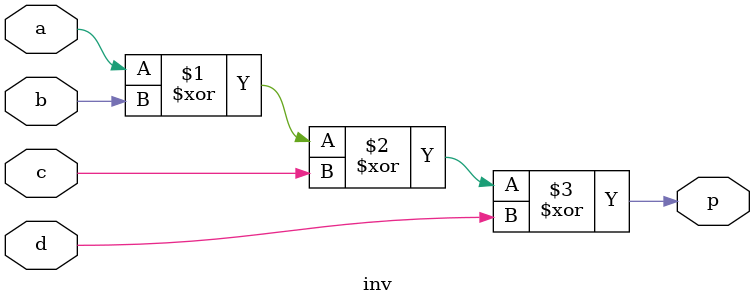
<source format=v>
`timescale 1ns / 1ps


module inv(
    input a,
    input b,
    input c,
    input d,
    output p
    );
assign p = a ^ b ^ c ^ d;
endmodule

</source>
